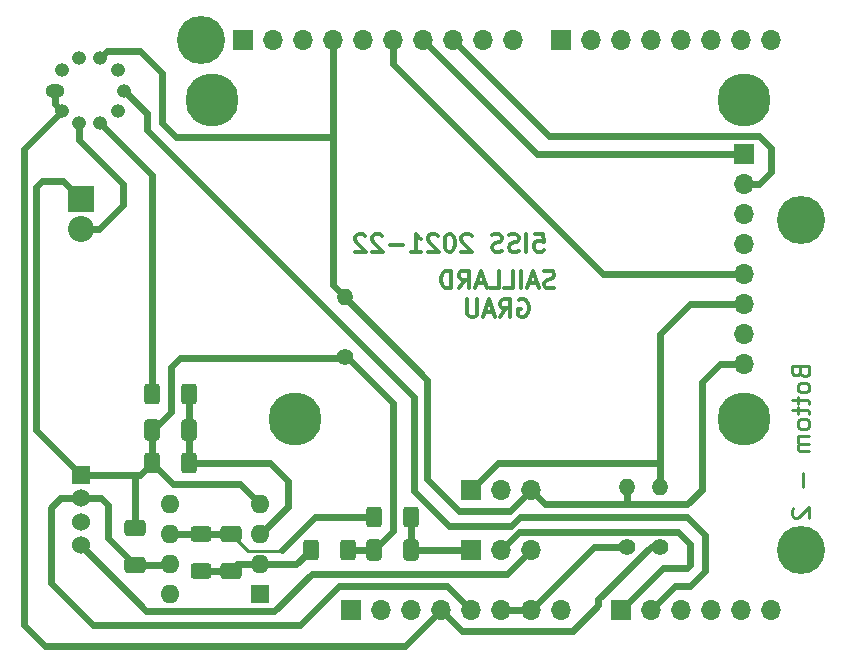
<source format=gbr>
%TF.GenerationSoftware,KiCad,Pcbnew,(6.0.0-rc1-120-ge56e61ffb5)*%
%TF.CreationDate,2022-01-08T17:43:00+01:00*%
%TF.ProjectId,shield_gas_sensor,73686965-6c64-45f6-9761-735f73656e73,1.0*%
%TF.SameCoordinates,Original*%
%TF.FileFunction,Copper,L2,Bot*%
%TF.FilePolarity,Positive*%
%FSLAX46Y46*%
G04 Gerber Fmt 4.6, Leading zero omitted, Abs format (unit mm)*
G04 Created by KiCad (PCBNEW (6.0.0-rc1-120-ge56e61ffb5)) date 2022-01-08 17:43:00*
%MOMM*%
%LPD*%
G01*
G04 APERTURE LIST*
G04 Aperture macros list*
%AMRoundRect*
0 Rectangle with rounded corners*
0 $1 Rounding radius*
0 $2 $3 $4 $5 $6 $7 $8 $9 X,Y pos of 4 corners*
0 Add a 4 corners polygon primitive as box body*
4,1,4,$2,$3,$4,$5,$6,$7,$8,$9,$2,$3,0*
0 Add four circle primitives for the rounded corners*
1,1,$1+$1,$2,$3*
1,1,$1+$1,$4,$5*
1,1,$1+$1,$6,$7*
1,1,$1+$1,$8,$9*
0 Add four rect primitives between the rounded corners*
20,1,$1+$1,$2,$3,$4,$5,0*
20,1,$1+$1,$4,$5,$6,$7,0*
20,1,$1+$1,$6,$7,$8,$9,0*
20,1,$1+$1,$8,$9,$2,$3,0*%
G04 Aperture macros list end*
%ADD10C,0.300000*%
%TA.AperFunction,NonConductor*%
%ADD11C,0.300000*%
%TD*%
%ADD12C,0.250000*%
%TA.AperFunction,NonConductor*%
%ADD13C,0.250000*%
%TD*%
%TA.AperFunction,ComponentPad*%
%ADD14C,4.064000*%
%TD*%
%TA.AperFunction,ComponentPad*%
%ADD15R,1.700000X1.700000*%
%TD*%
%TA.AperFunction,ComponentPad*%
%ADD16O,1.700000X1.700000*%
%TD*%
%TA.AperFunction,ComponentPad*%
%ADD17C,1.400000*%
%TD*%
%TA.AperFunction,ComponentPad*%
%ADD18O,1.400000X1.400000*%
%TD*%
%TA.AperFunction,ComponentPad*%
%ADD19C,4.500000*%
%TD*%
%TA.AperFunction,ComponentPad*%
%ADD20R,1.524000X1.524000*%
%TD*%
%TA.AperFunction,ComponentPad*%
%ADD21C,1.524000*%
%TD*%
%TA.AperFunction,ComponentPad*%
%ADD22O,1.600000X1.200000*%
%TD*%
%TA.AperFunction,ComponentPad*%
%ADD23O,1.200000X1.200000*%
%TD*%
%TA.AperFunction,ComponentPad*%
%ADD24R,2.200000X2.200000*%
%TD*%
%TA.AperFunction,ComponentPad*%
%ADD25C,2.200000*%
%TD*%
%TA.AperFunction,ComponentPad*%
%ADD26R,1.600000X1.600000*%
%TD*%
%TA.AperFunction,ComponentPad*%
%ADD27O,1.600000X1.600000*%
%TD*%
%TA.AperFunction,SMDPad,CuDef*%
%ADD28RoundRect,0.250000X-0.400000X-0.625000X0.400000X-0.625000X0.400000X0.625000X-0.400000X0.625000X0*%
%TD*%
%TA.AperFunction,SMDPad,CuDef*%
%ADD29RoundRect,0.250000X0.650000X-0.412500X0.650000X0.412500X-0.650000X0.412500X-0.650000X-0.412500X0*%
%TD*%
%TA.AperFunction,SMDPad,CuDef*%
%ADD30RoundRect,0.250000X0.412500X0.650000X-0.412500X0.650000X-0.412500X-0.650000X0.412500X-0.650000X0*%
%TD*%
%TA.AperFunction,SMDPad,CuDef*%
%ADD31RoundRect,0.250000X-0.625000X0.400000X-0.625000X-0.400000X0.625000X-0.400000X0.625000X0.400000X0*%
%TD*%
%TA.AperFunction,SMDPad,CuDef*%
%ADD32RoundRect,0.250000X0.400000X0.625000X-0.400000X0.625000X-0.400000X-0.625000X0.400000X-0.625000X0*%
%TD*%
%TA.AperFunction,Conductor*%
%ADD33C,0.600000*%
%TD*%
%TA.AperFunction,Conductor*%
%ADD34C,0.250000*%
%TD*%
G04 APERTURE END LIST*
D10*
D11*
X156169714Y-96554642D02*
X155955428Y-96626071D01*
X155598285Y-96626071D01*
X155455428Y-96554642D01*
X155384000Y-96483214D01*
X155312571Y-96340357D01*
X155312571Y-96197500D01*
X155384000Y-96054642D01*
X155455428Y-95983214D01*
X155598285Y-95911785D01*
X155884000Y-95840357D01*
X156026857Y-95768928D01*
X156098285Y-95697500D01*
X156169714Y-95554642D01*
X156169714Y-95411785D01*
X156098285Y-95268928D01*
X156026857Y-95197500D01*
X155884000Y-95126071D01*
X155526857Y-95126071D01*
X155312571Y-95197500D01*
X154741142Y-96197500D02*
X154026857Y-96197500D01*
X154884000Y-96626071D02*
X154384000Y-95126071D01*
X153884000Y-96626071D01*
X153384000Y-96626071D02*
X153384000Y-95126071D01*
X151955428Y-96626071D02*
X152669714Y-96626071D01*
X152669714Y-95126071D01*
X150741142Y-96626071D02*
X151455428Y-96626071D01*
X151455428Y-95126071D01*
X150312571Y-96197500D02*
X149598285Y-96197500D01*
X150455428Y-96626071D02*
X149955428Y-95126071D01*
X149455428Y-96626071D01*
X148098285Y-96626071D02*
X148598285Y-95911785D01*
X148955428Y-96626071D02*
X148955428Y-95126071D01*
X148384000Y-95126071D01*
X148241142Y-95197500D01*
X148169714Y-95268928D01*
X148098285Y-95411785D01*
X148098285Y-95626071D01*
X148169714Y-95768928D01*
X148241142Y-95840357D01*
X148384000Y-95911785D01*
X148955428Y-95911785D01*
X147455428Y-96626071D02*
X147455428Y-95126071D01*
X147098285Y-95126071D01*
X146884000Y-95197500D01*
X146741142Y-95340357D01*
X146669714Y-95483214D01*
X146598285Y-95768928D01*
X146598285Y-95983214D01*
X146669714Y-96268928D01*
X146741142Y-96411785D01*
X146884000Y-96554642D01*
X147098285Y-96626071D01*
X147455428Y-96626071D01*
X153169714Y-97612500D02*
X153312571Y-97541071D01*
X153526857Y-97541071D01*
X153741142Y-97612500D01*
X153884000Y-97755357D01*
X153955428Y-97898214D01*
X154026857Y-98183928D01*
X154026857Y-98398214D01*
X153955428Y-98683928D01*
X153884000Y-98826785D01*
X153741142Y-98969642D01*
X153526857Y-99041071D01*
X153384000Y-99041071D01*
X153169714Y-98969642D01*
X153098285Y-98898214D01*
X153098285Y-98398214D01*
X153384000Y-98398214D01*
X151598285Y-99041071D02*
X152098285Y-98326785D01*
X152455428Y-99041071D02*
X152455428Y-97541071D01*
X151884000Y-97541071D01*
X151741142Y-97612500D01*
X151669714Y-97683928D01*
X151598285Y-97826785D01*
X151598285Y-98041071D01*
X151669714Y-98183928D01*
X151741142Y-98255357D01*
X151884000Y-98326785D01*
X152455428Y-98326785D01*
X151026857Y-98612500D02*
X150312571Y-98612500D01*
X151169714Y-99041071D02*
X150669714Y-97541071D01*
X150169714Y-99041071D01*
X149669714Y-97541071D02*
X149669714Y-98755357D01*
X149598285Y-98898214D01*
X149526857Y-98969642D01*
X149384000Y-99041071D01*
X149098285Y-99041071D01*
X148955428Y-98969642D01*
X148884000Y-98898214D01*
X148812571Y-98755357D01*
X148812571Y-97541071D01*
D10*
D11*
X154534285Y-92015571D02*
X155248571Y-92015571D01*
X155320000Y-92729857D01*
X155248571Y-92658428D01*
X155105714Y-92587000D01*
X154748571Y-92587000D01*
X154605714Y-92658428D01*
X154534285Y-92729857D01*
X154462857Y-92872714D01*
X154462857Y-93229857D01*
X154534285Y-93372714D01*
X154605714Y-93444142D01*
X154748571Y-93515571D01*
X155105714Y-93515571D01*
X155248571Y-93444142D01*
X155320000Y-93372714D01*
X153820000Y-93515571D02*
X153820000Y-92015571D01*
X153177142Y-93444142D02*
X152962857Y-93515571D01*
X152605714Y-93515571D01*
X152462857Y-93444142D01*
X152391428Y-93372714D01*
X152320000Y-93229857D01*
X152320000Y-93087000D01*
X152391428Y-92944142D01*
X152462857Y-92872714D01*
X152605714Y-92801285D01*
X152891428Y-92729857D01*
X153034285Y-92658428D01*
X153105714Y-92587000D01*
X153177142Y-92444142D01*
X153177142Y-92301285D01*
X153105714Y-92158428D01*
X153034285Y-92087000D01*
X152891428Y-92015571D01*
X152534285Y-92015571D01*
X152320000Y-92087000D01*
X151748571Y-93444142D02*
X151534285Y-93515571D01*
X151177142Y-93515571D01*
X151034285Y-93444142D01*
X150962857Y-93372714D01*
X150891428Y-93229857D01*
X150891428Y-93087000D01*
X150962857Y-92944142D01*
X151034285Y-92872714D01*
X151177142Y-92801285D01*
X151462857Y-92729857D01*
X151605714Y-92658428D01*
X151677142Y-92587000D01*
X151748571Y-92444142D01*
X151748571Y-92301285D01*
X151677142Y-92158428D01*
X151605714Y-92087000D01*
X151462857Y-92015571D01*
X151105714Y-92015571D01*
X150891428Y-92087000D01*
X149177142Y-92158428D02*
X149105714Y-92087000D01*
X148962857Y-92015571D01*
X148605714Y-92015571D01*
X148462857Y-92087000D01*
X148391428Y-92158428D01*
X148320000Y-92301285D01*
X148320000Y-92444142D01*
X148391428Y-92658428D01*
X149248571Y-93515571D01*
X148320000Y-93515571D01*
X147391428Y-92015571D02*
X147248571Y-92015571D01*
X147105714Y-92087000D01*
X147034285Y-92158428D01*
X146962857Y-92301285D01*
X146891428Y-92587000D01*
X146891428Y-92944142D01*
X146962857Y-93229857D01*
X147034285Y-93372714D01*
X147105714Y-93444142D01*
X147248571Y-93515571D01*
X147391428Y-93515571D01*
X147534285Y-93444142D01*
X147605714Y-93372714D01*
X147677142Y-93229857D01*
X147748571Y-92944142D01*
X147748571Y-92587000D01*
X147677142Y-92301285D01*
X147605714Y-92158428D01*
X147534285Y-92087000D01*
X147391428Y-92015571D01*
X146319999Y-92158428D02*
X146248571Y-92087000D01*
X146105714Y-92015571D01*
X145748571Y-92015571D01*
X145605714Y-92087000D01*
X145534285Y-92158428D01*
X145462857Y-92301285D01*
X145462857Y-92444142D01*
X145534285Y-92658428D01*
X146391428Y-93515571D01*
X145462857Y-93515571D01*
X144034285Y-93515571D02*
X144891428Y-93515571D01*
X144462857Y-93515571D02*
X144462857Y-92015571D01*
X144605714Y-92229857D01*
X144748571Y-92372714D01*
X144891428Y-92444142D01*
X143391428Y-92944142D02*
X142248571Y-92944142D01*
X141605714Y-92158428D02*
X141534285Y-92087000D01*
X141391428Y-92015571D01*
X141034285Y-92015571D01*
X140891428Y-92087000D01*
X140819999Y-92158428D01*
X140748571Y-92301285D01*
X140748571Y-92444142D01*
X140819999Y-92658428D01*
X141677142Y-93515571D01*
X140748571Y-93515571D01*
X140177142Y-92158428D02*
X140105714Y-92087000D01*
X139962857Y-92015571D01*
X139605714Y-92015571D01*
X139462857Y-92087000D01*
X139391428Y-92158428D01*
X139319999Y-92301285D01*
X139319999Y-92444142D01*
X139391428Y-92658428D01*
X140248571Y-93515571D01*
X139319999Y-93515571D01*
D12*
D13*
X176993357Y-103708142D02*
X177064785Y-103922428D01*
X177136214Y-103993857D01*
X177279071Y-104065285D01*
X177493357Y-104065285D01*
X177636214Y-103993857D01*
X177707642Y-103922428D01*
X177779071Y-103779571D01*
X177779071Y-103208142D01*
X176279071Y-103208142D01*
X176279071Y-103708142D01*
X176350500Y-103851000D01*
X176421928Y-103922428D01*
X176564785Y-103993857D01*
X176707642Y-103993857D01*
X176850500Y-103922428D01*
X176921928Y-103851000D01*
X176993357Y-103708142D01*
X176993357Y-103208142D01*
X177779071Y-104922428D02*
X177707642Y-104779571D01*
X177636214Y-104708142D01*
X177493357Y-104636714D01*
X177064785Y-104636714D01*
X176921928Y-104708142D01*
X176850500Y-104779571D01*
X176779071Y-104922428D01*
X176779071Y-105136714D01*
X176850500Y-105279571D01*
X176921928Y-105351000D01*
X177064785Y-105422428D01*
X177493357Y-105422428D01*
X177636214Y-105351000D01*
X177707642Y-105279571D01*
X177779071Y-105136714D01*
X177779071Y-104922428D01*
X176779071Y-105851000D02*
X176779071Y-106422428D01*
X176279071Y-106065285D02*
X177564785Y-106065285D01*
X177707642Y-106136714D01*
X177779071Y-106279571D01*
X177779071Y-106422428D01*
X176779071Y-106708142D02*
X176779071Y-107279571D01*
X176279071Y-106922428D02*
X177564785Y-106922428D01*
X177707642Y-106993857D01*
X177779071Y-107136714D01*
X177779071Y-107279571D01*
X177779071Y-107993857D02*
X177707642Y-107851000D01*
X177636214Y-107779571D01*
X177493357Y-107708142D01*
X177064785Y-107708142D01*
X176921928Y-107779571D01*
X176850500Y-107851000D01*
X176779071Y-107993857D01*
X176779071Y-108208142D01*
X176850500Y-108351000D01*
X176921928Y-108422428D01*
X177064785Y-108493857D01*
X177493357Y-108493857D01*
X177636214Y-108422428D01*
X177707642Y-108351000D01*
X177779071Y-108208142D01*
X177779071Y-107993857D01*
X177779071Y-109136714D02*
X176779071Y-109136714D01*
X176921928Y-109136714D02*
X176850500Y-109208142D01*
X176779071Y-109351000D01*
X176779071Y-109565285D01*
X176850500Y-109708142D01*
X176993357Y-109779571D01*
X177779071Y-109779571D01*
X176993357Y-109779571D02*
X176850500Y-109851000D01*
X176779071Y-109993857D01*
X176779071Y-110208142D01*
X176850500Y-110351000D01*
X176993357Y-110422428D01*
X177779071Y-110422428D01*
X177207642Y-112279571D02*
X177207642Y-113422428D01*
X176421928Y-115208142D02*
X176350500Y-115279571D01*
X176279071Y-115422428D01*
X176279071Y-115779571D01*
X176350500Y-115922428D01*
X176421928Y-115993857D01*
X176564785Y-116065285D01*
X176707642Y-116065285D01*
X176921928Y-115993857D01*
X177779071Y-115136714D01*
X177779071Y-116065285D01*
D14*
%TO.P,P6,1,Pin_1*%
%TO.N,unconnected-(P6-Pad1)*%
X177038000Y-118745000D03*
%TD*%
%TO.P,P7,1,Pin_1*%
%TO.N,unconnected-(P7-Pad1)*%
X126238000Y-75565000D03*
%TD*%
%TO.P,P8,1,Pin_1*%
%TO.N,unconnected-(P8-Pad1)*%
X177038000Y-90805000D03*
%TD*%
D15*
%TO.P,J4,1,Pin_1*%
%TO.N,/ANA_GAZ_0*%
X149098000Y-118745000D03*
D16*
%TO.P,J4,2,Pin_2*%
%TO.N,/A0*%
X151638000Y-118745000D03*
%TO.P,J4,3,Pin_3*%
%TO.N,/ANA_GAZ_1*%
X154178000Y-118745000D03*
%TD*%
D17*
%TO.P,JP1,1,A*%
%TO.N,GND*%
X138430000Y-102439000D03*
D18*
%TO.P,JP1,2,B*%
X138430000Y-97359000D03*
%TD*%
D19*
%TO.P,J3,0*%
%TO.N,N/C*%
X134212000Y-107645000D03*
X172212000Y-107645000D03*
X172212000Y-80645000D03*
X127212000Y-80645000D03*
D15*
%TO.P,J3,1,Pin_1*%
%TO.N,/11 Rx*%
X172212000Y-85217000D03*
D16*
%TO.P,J3,2,Pin_2*%
%TO.N,/10 Tx *%
X172212000Y-87757000D03*
%TO.P,J3,3,Pin_3*%
%TO.N,unconnected-(J3-Pad3)*%
X172212000Y-90297000D03*
%TO.P,J3,4,Pin_4*%
%TO.N,unconnected-(J3-Pad4)*%
X172212000Y-92837000D03*
%TO.P,J3,5,Pin_5*%
%TO.N,/12 RST*%
X172212000Y-95377000D03*
%TO.P,J3,6,Pin_6*%
%TO.N,+3V3*%
X172212000Y-97917000D03*
%TO.P,J3,7,Pin_7*%
%TO.N,unconnected-(J3-Pad7)*%
X172212000Y-100457000D03*
%TO.P,J3,8,Pin_8*%
%TO.N,GND*%
X172212000Y-102997000D03*
%TD*%
D17*
%TO.P,JP3,1,A*%
%TO.N,GND*%
X162306000Y-118491000D03*
D18*
%TO.P,JP3,2,B*%
X162306000Y-113411000D03*
%TD*%
D20*
%TO.P,J2,1,Pin_1*%
%TO.N,GND*%
X116078000Y-112395000D03*
D21*
%TO.P,J2,2,Pin_2*%
%TO.N,+5V*%
X116078000Y-114395000D03*
%TO.P,J2,3,Pin_3*%
%TO.N,unconnected-(J2-Pad3)*%
X116078000Y-116395000D03*
%TO.P,J2,4,Pin_4*%
%TO.N,/ANA_GAZ_1*%
X116078000Y-118395000D03*
%TD*%
D15*
%TO.P,J5,1,Pin_1*%
%TO.N,+3V3*%
X149098000Y-113665000D03*
D16*
%TO.P,J5,2,Pin_2*%
%TO.N,/D2*%
X151638000Y-113665000D03*
%TO.P,J5,3,Pin_3*%
%TO.N,GND*%
X154178000Y-113665000D03*
%TD*%
D22*
%TO.P,S1,1,temp_1*%
%TO.N,+3V3*%
X113925000Y-79883000D03*
D23*
%TO.P,S1,2,gas1_a*%
X114482670Y-81599333D03*
%TO.P,S1,3,heater_1*%
%TO.N,/0-12V Power Supply*%
X115942670Y-82660085D03*
%TO.P,S1,4,gas1_b*%
%TO.N,/Isens*%
X117747330Y-82660085D03*
%TO.P,S1,5,NC*%
%TO.N,unconnected-(S1-Pad5)*%
X119207330Y-81599333D03*
%TO.P,S1,6,temp_2*%
%TO.N,/A1*%
X119765000Y-79883000D03*
%TO.P,S1,7,gas2_a*%
%TO.N,unconnected-(S1-Pad7)*%
X119207330Y-78166667D03*
%TO.P,S1,8,heater_2*%
%TO.N,GND*%
X117747330Y-77105915D03*
%TO.P,S1,9,gas2_b*%
%TO.N,unconnected-(S1-Pad9)*%
X115942670Y-77105915D03*
%TO.P,S1,10,NC*%
%TO.N,unconnected-(S1-Pad10)*%
X114482670Y-78166667D03*
%TD*%
D24*
%TO.P,J1,1,Pin_1*%
%TO.N,GND*%
X116078000Y-89027000D03*
D25*
%TO.P,J1,2,Pin_2*%
%TO.N,/0-12V Power Supply*%
X116078000Y-91567000D03*
%TD*%
D17*
%TO.P,JP2,1,A*%
%TO.N,+3V3*%
X165100000Y-118491000D03*
D18*
%TO.P,JP2,2,B*%
X165100000Y-113411000D03*
%TD*%
D26*
%TO.P,U1,1,NC*%
%TO.N,unconnected-(U1-Pad1)*%
X131298000Y-122545000D03*
D27*
%TO.P,U1,2,-IN*%
%TO.N,Net-(C4-Pad1)*%
X131298000Y-120005000D03*
%TO.P,U1,3,+IN*%
%TO.N,Net-(C1-Pad1)*%
X131298000Y-117465000D03*
%TO.P,U1,4,V-*%
%TO.N,GND*%
X131298000Y-114925000D03*
%TO.P,U1,5,EXT_CLOCK_IN*%
%TO.N,unconnected-(U1-Pad5)*%
X123678000Y-114925000D03*
%TO.P,U1,6,OUT*%
%TO.N,Net-(C4-Pad2)*%
X123678000Y-117465000D03*
%TO.P,U1,7,V+*%
%TO.N,+5V*%
X123678000Y-120005000D03*
%TO.P,U1,8,NC*%
%TO.N,unconnected-(U1-Pad8)*%
X123678000Y-122545000D03*
%TD*%
D15*
%TO.P,P1,1,Pin_1*%
%TO.N,unconnected-(P1-Pad1)*%
X138938000Y-123825000D03*
D16*
%TO.P,P1,2,Pin_2*%
%TO.N,/IOREF*%
X141478000Y-123825000D03*
%TO.P,P1,3,Pin_3*%
%TO.N,/Reset*%
X144018000Y-123825000D03*
%TO.P,P1,4,Pin_4*%
%TO.N,+3V3*%
X146558000Y-123825000D03*
%TO.P,P1,5,Pin_5*%
%TO.N,+5V*%
X149098000Y-123825000D03*
%TO.P,P1,6,Pin_6*%
%TO.N,GND*%
X151638000Y-123825000D03*
%TO.P,P1,7,Pin_7*%
X154178000Y-123825000D03*
%TO.P,P1,8,Pin_8*%
%TO.N,/Vin*%
X156718000Y-123825000D03*
%TD*%
D15*
%TO.P,P2,1,Pin_1*%
%TO.N,/A0*%
X161798000Y-123825000D03*
D16*
%TO.P,P2,2,Pin_2*%
%TO.N,/A1*%
X164338000Y-123825000D03*
%TO.P,P2,3,Pin_3*%
%TO.N,/A2*%
X166878000Y-123825000D03*
%TO.P,P2,4,Pin_4*%
%TO.N,/A3*%
X169418000Y-123825000D03*
%TO.P,P2,5,Pin_5*%
%TO.N,/A4(SDA)*%
X171958000Y-123825000D03*
%TO.P,P2,6,Pin_6*%
%TO.N,/A5(SCL)*%
X174498000Y-123825000D03*
%TD*%
D15*
%TO.P,P3,1,Pin_1*%
%TO.N,unconnected-(P3-Pad1)*%
X129794000Y-75565000D03*
D16*
%TO.P,P3,2,Pin_2*%
%TO.N,unconnected-(P3-Pad2)*%
X132334000Y-75565000D03*
%TO.P,P3,3,Pin_3*%
%TO.N,/AREF*%
X134874000Y-75565000D03*
%TO.P,P3,4,Pin_4*%
%TO.N,GND*%
X137414000Y-75565000D03*
%TO.P,P3,5,Pin_5*%
%TO.N,/13(SCK)*%
X139954000Y-75565000D03*
%TO.P,P3,6,Pin_6*%
%TO.N,/12 RST*%
X142494000Y-75565000D03*
%TO.P,P3,7,Pin_7*%
%TO.N,/11 Rx*%
X145034000Y-75565000D03*
%TO.P,P3,8,Pin_8*%
%TO.N,/10 Tx *%
X147574000Y-75565000D03*
%TO.P,P3,9,Pin_9*%
%TO.N,/9(\u002A\u002A)*%
X150114000Y-75565000D03*
%TO.P,P3,10,Pin_10*%
%TO.N,/8*%
X152654000Y-75565000D03*
%TD*%
D15*
%TO.P,P4,1,Pin_1*%
%TO.N,/7*%
X156718000Y-75565000D03*
D16*
%TO.P,P4,2,Pin_2*%
%TO.N,/6(\u002A\u002A)*%
X159258000Y-75565000D03*
%TO.P,P4,3,Pin_3*%
%TO.N,/5(\u002A\u002A)*%
X161798000Y-75565000D03*
%TO.P,P4,4,Pin_4*%
%TO.N,/4*%
X164338000Y-75565000D03*
%TO.P,P4,5,Pin_5*%
%TO.N,/3(\u002A\u002A)*%
X166878000Y-75565000D03*
%TO.P,P4,6,Pin_6*%
%TO.N,/2*%
X169418000Y-75565000D03*
%TO.P,P4,7,Pin_7*%
%TO.N,/1(Tx)*%
X171958000Y-75565000D03*
%TO.P,P4,8,Pin_8*%
%TO.N,/0(Rx)*%
X174498000Y-75565000D03*
%TD*%
D28*
%TO.P,R5,1*%
%TO.N,/Isens*%
X122148000Y-105537000D03*
%TO.P,R5,2*%
%TO.N,Net-(C1-Pad1)*%
X125248000Y-105537000D03*
%TD*%
D29*
%TO.P,C3,1*%
%TO.N,+5V*%
X120650000Y-120053500D03*
%TO.P,C3,2*%
%TO.N,GND*%
X120650000Y-116928500D03*
%TD*%
D30*
%TO.P,C2,1*%
%TO.N,/ANA_GAZ_0*%
X144056500Y-118745000D03*
%TO.P,C2,2*%
%TO.N,GND*%
X140931500Y-118745000D03*
%TD*%
%TO.P,C1,1*%
%TO.N,Net-(C1-Pad1)*%
X125260500Y-108585000D03*
%TO.P,C1,2*%
%TO.N,GND*%
X122135500Y-108585000D03*
%TD*%
D31*
%TO.P,R3,1*%
%TO.N,Net-(C4-Pad2)*%
X126238000Y-117449000D03*
%TO.P,R3,2*%
%TO.N,Net-(C4-Pad1)*%
X126238000Y-120549000D03*
%TD*%
D32*
%TO.P,R2,1*%
%TO.N,GND*%
X138710000Y-118745000D03*
%TO.P,R2,2*%
%TO.N,Net-(C4-Pad1)*%
X135610000Y-118745000D03*
%TD*%
D28*
%TO.P,R1,1*%
%TO.N,GND*%
X122148000Y-111379000D03*
%TO.P,R1,2*%
%TO.N,Net-(C1-Pad1)*%
X125248000Y-111379000D03*
%TD*%
D32*
%TO.P,R6,1*%
%TO.N,/ANA_GAZ_0*%
X144044000Y-115951000D03*
%TO.P,R6,2*%
%TO.N,Net-(C4-Pad2)*%
X140944000Y-115951000D03*
%TD*%
D29*
%TO.P,C4,1*%
%TO.N,Net-(C4-Pad1)*%
X128778000Y-120561500D03*
%TO.P,C4,2*%
%TO.N,Net-(C4-Pad2)*%
X128778000Y-117436500D03*
%TD*%
D33*
%TO.N,GND*%
X162122489Y-114864511D02*
X157804489Y-114864511D01*
X162306000Y-113411000D02*
X162306000Y-114681000D01*
X162306000Y-114681000D02*
X162122489Y-114864511D01*
X159512000Y-118491000D02*
X162306000Y-118491000D01*
X154178000Y-123825000D02*
X159512000Y-118491000D01*
%TO.N,+3V3*%
X159893000Y-122936000D02*
X159893000Y-123444000D01*
X164338000Y-118491000D02*
X159893000Y-122936000D01*
X165100000Y-118491000D02*
X164338000Y-118491000D01*
X151384000Y-111379000D02*
X149098000Y-113665000D01*
X165100000Y-111379000D02*
X151384000Y-111379000D01*
X165100000Y-100457000D02*
X165100000Y-113411000D01*
X167640000Y-97917000D02*
X165100000Y-100457000D01*
X171958000Y-97917000D02*
X167640000Y-97917000D01*
%TO.N,/A0*%
X167386000Y-120269000D02*
X165354000Y-120269000D01*
X167640000Y-120015000D02*
X167386000Y-120269000D01*
X167640000Y-118237000D02*
X167640000Y-120015000D01*
X166624000Y-117221000D02*
X167640000Y-118237000D01*
X153162000Y-117221000D02*
X164084000Y-117221000D01*
X164084000Y-117221000D02*
X166624000Y-117221000D01*
%TO.N,/A1*%
X168910000Y-120523000D02*
X167640000Y-121793000D01*
X167386000Y-115951000D02*
X168910000Y-117475000D01*
X167640000Y-121793000D02*
X166370000Y-121793000D01*
X165100000Y-115951000D02*
X167386000Y-115951000D01*
X168910000Y-117475000D02*
X168910000Y-120523000D01*
X153301308Y-115951000D02*
X165100000Y-115951000D01*
X166370000Y-121793000D02*
X164338000Y-123825000D01*
%TO.N,/A0*%
X165354000Y-120269000D02*
X161798000Y-123825000D01*
X151638000Y-118745000D02*
X153162000Y-117221000D01*
%TO.N,/A1*%
X147242828Y-116750520D02*
X152501788Y-116750520D01*
X152501788Y-116750520D02*
X153301308Y-115951000D01*
X144272000Y-113779692D02*
X147242828Y-116750520D01*
X144272000Y-105791000D02*
X144272000Y-113779692D01*
X121666000Y-81784000D02*
X121666000Y-83185000D01*
X119765000Y-79883000D02*
X121666000Y-81784000D01*
X121666000Y-83185000D02*
X144272000Y-105791000D01*
%TO.N,GND*%
X170180000Y-102997000D02*
X171958000Y-102997000D01*
X168656000Y-104521000D02*
X170180000Y-102997000D01*
X168656000Y-113665000D02*
X168656000Y-104521000D01*
X157804489Y-114864511D02*
X167456489Y-114864511D01*
X167456489Y-114864511D02*
X168656000Y-113665000D01*
%TO.N,+5V*%
X147066000Y-121793000D02*
X149098000Y-123825000D01*
X114332000Y-114395000D02*
X113538000Y-115189000D01*
X116078000Y-114395000D02*
X117824000Y-114395000D01*
X113538000Y-121539000D02*
X117094000Y-125095000D01*
X134620000Y-125095000D02*
X137922000Y-121793000D01*
X113538000Y-115189000D02*
X113538000Y-121539000D01*
X120650000Y-120053500D02*
X123629500Y-120053500D01*
X117824000Y-114395000D02*
X118364000Y-114935000D01*
X117094000Y-125095000D02*
X134620000Y-125095000D01*
X123629500Y-120053500D02*
X123678000Y-120005000D01*
X116078000Y-114395000D02*
X114332000Y-114395000D01*
X137922000Y-121793000D02*
X147066000Y-121793000D01*
X118364000Y-117767500D02*
X120650000Y-120053500D01*
X118364000Y-114935000D02*
X118364000Y-117767500D01*
%TO.N,GND*%
X122135500Y-108585000D02*
X122135500Y-111366500D01*
X122135500Y-108585000D02*
X122174000Y-108585000D01*
X122148000Y-111379000D02*
X123926000Y-113157000D01*
X137332878Y-83774122D02*
X137414000Y-83693000D01*
X114554000Y-87503000D02*
X112776000Y-87503000D01*
X137414000Y-78105000D02*
X137414000Y-75565000D01*
X142494000Y-117182500D02*
X140931500Y-118745000D01*
X148082000Y-115443000D02*
X152400000Y-115443000D01*
X112268000Y-88011000D02*
X112268000Y-108585000D01*
X116078000Y-112395000D02*
X120396000Y-112395000D01*
X129530000Y-113157000D02*
X123926000Y-113157000D01*
X123698000Y-103251000D02*
X124460000Y-102489000D01*
X118347330Y-76505915D02*
X121082915Y-76505915D01*
X117747330Y-77105915D02*
X118347330Y-76505915D01*
X137414000Y-96343000D02*
X137414000Y-84709000D01*
X138430000Y-97359000D02*
X145415000Y-104344000D01*
X124460000Y-102489000D02*
X138684000Y-102489000D01*
X154178000Y-113665000D02*
X155377511Y-114864511D01*
X145415000Y-104344000D02*
X145415000Y-112776000D01*
X137332878Y-83774122D02*
X124124878Y-83774122D01*
X145415000Y-112776000D02*
X148082000Y-115443000D01*
X120650000Y-116928500D02*
X120650000Y-112649000D01*
X137414000Y-84709000D02*
X137414000Y-83693000D01*
X120650000Y-112649000D02*
X120396000Y-112395000D01*
X131298000Y-114925000D02*
X129530000Y-113157000D01*
X122936000Y-82585244D02*
X124124878Y-83774122D01*
X122936000Y-78359000D02*
X122936000Y-82585244D01*
X151638000Y-123825000D02*
X154178000Y-123825000D01*
X123698000Y-107061000D02*
X123698000Y-103251000D01*
X122174000Y-108585000D02*
X123698000Y-107061000D01*
X120396000Y-112395000D02*
X121132000Y-112395000D01*
X138710000Y-118745000D02*
X140931500Y-118745000D01*
X142494000Y-106299000D02*
X142494000Y-117182500D01*
X155377511Y-114864511D02*
X157804489Y-114864511D01*
X112776000Y-87503000D02*
X112268000Y-88011000D01*
X121082915Y-76505915D02*
X122936000Y-78359000D01*
X137414000Y-83693000D02*
X137414000Y-78105000D01*
X138684000Y-102489000D02*
X142494000Y-106299000D01*
X112268000Y-108585000D02*
X116078000Y-112395000D01*
X138430000Y-97359000D02*
X137414000Y-96343000D01*
X121132000Y-112395000D02*
X122148000Y-111379000D01*
X116078000Y-89027000D02*
X114554000Y-87503000D01*
X152400000Y-115443000D02*
X154178000Y-113665000D01*
%TO.N,Net-(C1-Pad1)*%
X125248000Y-105537000D02*
X125248000Y-111379000D01*
X133604000Y-112903000D02*
X132080000Y-111379000D01*
X132080000Y-111379000D02*
X125248000Y-111379000D01*
X133604000Y-115159000D02*
X133604000Y-112903000D01*
X131298000Y-117465000D02*
X133604000Y-115159000D01*
%TO.N,/ANA_GAZ_0*%
X144056500Y-118745000D02*
X149098000Y-118745000D01*
X144044000Y-117424000D02*
X144056500Y-117436500D01*
X144056500Y-118745000D02*
X144056500Y-117436500D01*
X144044000Y-115951000D02*
X144044000Y-117424000D01*
%TO.N,Net-(C4-Pad1)*%
X126238000Y-120549000D02*
X128765500Y-120549000D01*
X131298000Y-120005000D02*
X129334500Y-120005000D01*
X134350000Y-120005000D02*
X135610000Y-118745000D01*
X128765500Y-120549000D02*
X128778000Y-120561500D01*
X131298000Y-120005000D02*
X134350000Y-120005000D01*
X129334500Y-120005000D02*
X128778000Y-120561500D01*
%TO.N,Net-(C4-Pad2)*%
X128749500Y-117465000D02*
X128778000Y-117436500D01*
X135890000Y-115951000D02*
X133096000Y-118745000D01*
X140944000Y-115951000D02*
X135890000Y-115951000D01*
D34*
X130221989Y-118880489D02*
X132960511Y-118880489D01*
D33*
X123678000Y-117465000D02*
X128749500Y-117465000D01*
D34*
X128778000Y-117436500D02*
X130221989Y-118880489D01*
X132960511Y-118880489D02*
X133096000Y-118745000D01*
D33*
%TO.N,/0-12V Power Supply*%
X119634000Y-89566634D02*
X117633634Y-91567000D01*
X119634000Y-87757000D02*
X119634000Y-89566634D01*
X115942670Y-82660085D02*
X115942670Y-84065670D01*
X115942670Y-84065670D02*
X119634000Y-87757000D01*
X117633634Y-91567000D02*
X116078000Y-91567000D01*
%TO.N,+3V3*%
X157734000Y-125603000D02*
X159893000Y-123444000D01*
X159893000Y-123444000D02*
X158496000Y-124841000D01*
X111252000Y-125095000D02*
X111252000Y-84830003D01*
X148336000Y-125603000D02*
X146558000Y-123825000D01*
X113030000Y-126873000D02*
X111252000Y-125095000D01*
X148336000Y-125603000D02*
X157734000Y-125603000D01*
X158496000Y-124841000D02*
X157734000Y-125603000D01*
X111252000Y-84830003D02*
X114482670Y-81599333D01*
X143510000Y-126873000D02*
X113030000Y-126873000D01*
X146558000Y-123825000D02*
X143510000Y-126873000D01*
X113925000Y-79883000D02*
X113925000Y-81041663D01*
X113925000Y-81041663D02*
X114482670Y-81599333D01*
%TO.N,/ANA_GAZ_1*%
X135665022Y-120777000D02*
X132479542Y-123962480D01*
X154178000Y-118745000D02*
X152146000Y-120777000D01*
X132479542Y-123962480D02*
X121645480Y-123962480D01*
X121645480Y-123962480D02*
X116078000Y-118395000D01*
X152146000Y-120777000D02*
X135665022Y-120777000D01*
%TO.N,/Isens*%
X122148000Y-87060755D02*
X122148000Y-94934755D01*
X122148000Y-105537000D02*
X122148000Y-94934755D01*
X117747330Y-82660085D02*
X122148000Y-87060755D01*
%TO.N,/11 Rx*%
X145034000Y-75565000D02*
X154686000Y-85217000D01*
X171958000Y-85217000D02*
X154686000Y-85217000D01*
%TO.N,/12 RST*%
X142494000Y-75565000D02*
X142494000Y-77597000D01*
X160274000Y-95377000D02*
X171958000Y-95377000D01*
X142494000Y-77597000D02*
X160274000Y-95377000D01*
%TO.N,/10 Tx *%
X157428433Y-83693000D02*
X155702000Y-83693000D01*
X173482000Y-83693000D02*
X174498000Y-84709000D01*
X173482000Y-87757000D02*
X174498000Y-86741000D01*
X155702000Y-83693000D02*
X147574000Y-75565000D01*
X174498000Y-84709000D02*
X174498000Y-86741000D01*
X157428433Y-83693000D02*
X173482000Y-83693000D01*
X171958000Y-87757000D02*
X173482000Y-87757000D01*
%TD*%
M02*

</source>
